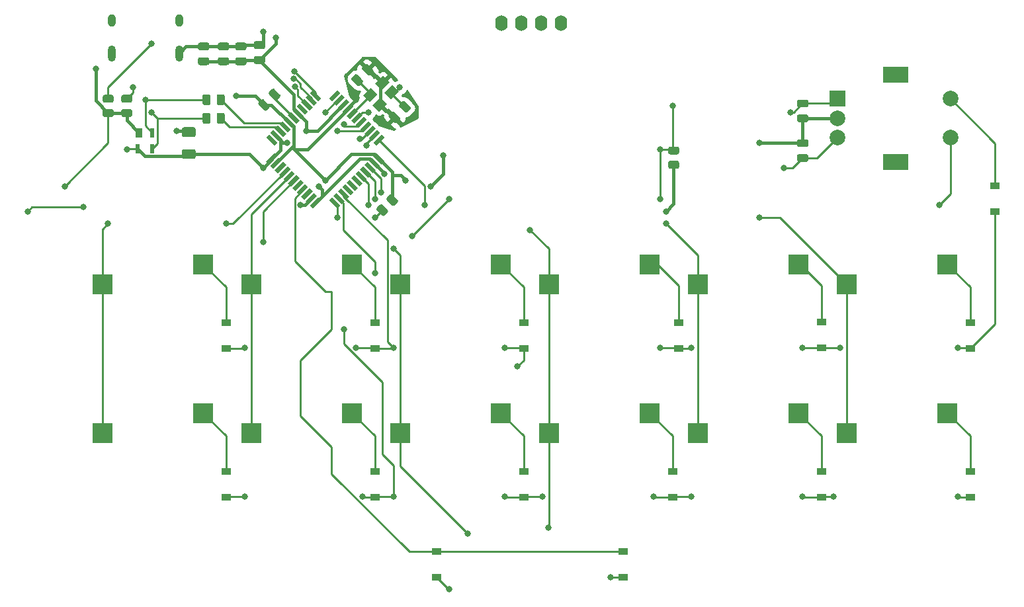
<source format=gbr>
%TF.GenerationSoftware,KiCad,Pcbnew,(5.1.9)-1*%
%TF.CreationDate,2021-03-28T16:49:31-07:00*%
%TF.ProjectId,millipad,6d696c6c-6970-4616-942e-6b696361645f,rev?*%
%TF.SameCoordinates,Original*%
%TF.FileFunction,Copper,L2,Bot*%
%TF.FilePolarity,Positive*%
%FSLAX46Y46*%
G04 Gerber Fmt 4.6, Leading zero omitted, Abs format (unit mm)*
G04 Created by KiCad (PCBNEW (5.1.9)-1) date 2021-03-28 16:49:31*
%MOMM*%
%LPD*%
G01*
G04 APERTURE LIST*
%TA.AperFunction,SMDPad,CuDef*%
%ADD10R,1.200000X0.900000*%
%TD*%
%TA.AperFunction,SMDPad,CuDef*%
%ADD11R,2.550000X2.500000*%
%TD*%
%TA.AperFunction,ComponentPad*%
%ADD12O,1.600000X2.000000*%
%TD*%
%TA.AperFunction,SMDPad,CuDef*%
%ADD13C,0.100000*%
%TD*%
%TA.AperFunction,ComponentPad*%
%ADD14O,1.000000X2.100000*%
%TD*%
%TA.AperFunction,ComponentPad*%
%ADD15O,1.000000X1.600000*%
%TD*%
%TA.AperFunction,SMDPad,CuDef*%
%ADD16R,0.482600X1.168400*%
%TD*%
%TA.AperFunction,SMDPad,CuDef*%
%ADD17R,0.889000X1.168400*%
%TD*%
%TA.AperFunction,ComponentPad*%
%ADD18C,2.000000*%
%TD*%
%TA.AperFunction,ComponentPad*%
%ADD19R,3.200000X2.000000*%
%TD*%
%TA.AperFunction,ComponentPad*%
%ADD20R,2.000000X2.000000*%
%TD*%
%TA.AperFunction,ViaPad*%
%ADD21C,0.800000*%
%TD*%
%TA.AperFunction,Conductor*%
%ADD22C,0.381000*%
%TD*%
%TA.AperFunction,Conductor*%
%ADD23C,0.254000*%
%TD*%
%TA.AperFunction,Conductor*%
%ADD24C,0.100000*%
%TD*%
G04 APERTURE END LIST*
D10*
%TO.P,D15,2*%
%TO.N,Net-(D15-Pad2)*%
X148431250Y-108012500D03*
%TO.P,D15,1*%
%TO.N,ROW2*%
X148431250Y-104712500D03*
%TD*%
%TO.P,D14,2*%
%TO.N,Net-(D14-Pad2)*%
X124618750Y-108012500D03*
%TO.P,D14,1*%
%TO.N,ROW2*%
X124618750Y-104712500D03*
%TD*%
D11*
%TO.P,MX1,2*%
%TO.N,Net-(D1-Pad2)*%
X94742000Y-67945000D03*
%TO.P,MX1,1*%
%TO.N,COL0*%
X81815000Y-70485000D03*
%TD*%
%TO.P,MX12,2*%
%TO.N,Net-(D12-Pad2)*%
X189992000Y-86995000D03*
%TO.P,MX12,1*%
%TO.N,COL5*%
X177065000Y-89535000D03*
%TD*%
%TO.P,MX11,2*%
%TO.N,Net-(D11-Pad2)*%
X189992000Y-67945000D03*
%TO.P,MX11,1*%
%TO.N,COL5*%
X177065000Y-70485000D03*
%TD*%
%TO.P,MX10,2*%
%TO.N,Net-(D10-Pad2)*%
X170942000Y-86995000D03*
%TO.P,MX10,1*%
%TO.N,COL4*%
X158015000Y-89535000D03*
%TD*%
%TO.P,MX9,2*%
%TO.N,Net-(D9-Pad2)*%
X170942000Y-67945000D03*
%TO.P,MX9,1*%
%TO.N,COL4*%
X158015000Y-70485000D03*
%TD*%
%TO.P,MX8,2*%
%TO.N,Net-(D8-Pad2)*%
X151892000Y-86995000D03*
%TO.P,MX8,1*%
%TO.N,COL3*%
X138965000Y-89535000D03*
%TD*%
%TO.P,MX7,2*%
%TO.N,Net-(D7-Pad2)*%
X151892000Y-67945000D03*
%TO.P,MX7,1*%
%TO.N,COL3*%
X138965000Y-70485000D03*
%TD*%
%TO.P,MX6,2*%
%TO.N,Net-(D6-Pad2)*%
X132842000Y-86995000D03*
%TO.P,MX6,1*%
%TO.N,COL2*%
X119915000Y-89535000D03*
%TD*%
%TO.P,MX5,2*%
%TO.N,Net-(D5-Pad2)*%
X132842000Y-67945000D03*
%TO.P,MX5,1*%
%TO.N,COL2*%
X119915000Y-70485000D03*
%TD*%
%TO.P,MX4,2*%
%TO.N,Net-(D4-Pad2)*%
X113792000Y-86995000D03*
%TO.P,MX4,1*%
%TO.N,COL1*%
X100865000Y-89535000D03*
%TD*%
%TO.P,MX3,2*%
%TO.N,Net-(D3-Pad2)*%
X113792000Y-67945000D03*
%TO.P,MX3,1*%
%TO.N,COL1*%
X100865000Y-70485000D03*
%TD*%
%TO.P,MX2,2*%
%TO.N,Net-(D2-Pad2)*%
X94742000Y-86995000D03*
%TO.P,MX2,1*%
%TO.N,COL0*%
X81815000Y-89535000D03*
%TD*%
D12*
%TO.P,Brd1,2*%
%TO.N,KEYBOARD_VCC*%
X135445000Y-37025000D03*
%TO.P,Brd1,1*%
%TO.N,KEYBOARD_GND*%
X132905000Y-37025000D03*
%TO.P,Brd1,3*%
%TO.N,SCL*%
X137985000Y-37025000D03*
%TO.P,Brd1,4*%
%TO.N,SDA*%
X140525000Y-37025000D03*
%TD*%
%TA.AperFunction,SMDPad,CuDef*%
D13*
%TO.P,Y1,4*%
%TO.N,KEYBOARD_GND*%
G36*
X117722488Y-43739403D02*
G01*
X118571016Y-44587931D01*
X117581066Y-45577881D01*
X116732538Y-44729353D01*
X117722488Y-43739403D01*
G37*
%TD.AperFunction*%
%TA.AperFunction,SMDPad,CuDef*%
%TO.P,Y1,3*%
%TO.N,Net-(C5-Pad1)*%
G36*
X116166853Y-45295038D02*
G01*
X117015381Y-46143566D01*
X116025431Y-47133516D01*
X115176903Y-46284988D01*
X116166853Y-45295038D01*
G37*
%TD.AperFunction*%
%TA.AperFunction,SMDPad,CuDef*%
%TO.P,Y1,2*%
%TO.N,KEYBOARD_GND*%
G36*
X117368934Y-46497119D02*
G01*
X118217462Y-47345647D01*
X117227512Y-48335597D01*
X116378984Y-47487069D01*
X117368934Y-46497119D01*
G37*
%TD.AperFunction*%
%TA.AperFunction,SMDPad,CuDef*%
%TO.P,Y1,1*%
%TO.N,Net-(C4-Pad1)*%
G36*
X118924569Y-44941484D02*
G01*
X119773097Y-45790012D01*
X118783147Y-46779962D01*
X117934619Y-45931434D01*
X118924569Y-44941484D01*
G37*
%TD.AperFunction*%
%TD*%
%TO.P,C4,2*%
%TO.N,KEYBOARD_GND*%
%TA.AperFunction,SMDPad,CuDef*%
G36*
G01*
X119202177Y-48401072D02*
X119873928Y-49072823D01*
G75*
G02*
X119873928Y-49426377I-176777J-176777D01*
G01*
X119520375Y-49779930D01*
G75*
G02*
X119166821Y-49779930I-176777J176777D01*
G01*
X118495070Y-49108179D01*
G75*
G02*
X118495070Y-48754625I176777J176777D01*
G01*
X118848623Y-48401072D01*
G75*
G02*
X119202177Y-48401072I176777J-176777D01*
G01*
G37*
%TD.AperFunction*%
%TO.P,C4,1*%
%TO.N,Net-(C4-Pad1)*%
%TA.AperFunction,SMDPad,CuDef*%
G36*
G01*
X120545679Y-47057570D02*
X121217430Y-47729321D01*
G75*
G02*
X121217430Y-48082875I-176777J-176777D01*
G01*
X120863877Y-48436428D01*
G75*
G02*
X120510323Y-48436428I-176777J176777D01*
G01*
X119838572Y-47764677D01*
G75*
G02*
X119838572Y-47411123I176777J176777D01*
G01*
X120192125Y-47057570D01*
G75*
G02*
X120545679Y-47057570I176777J-176777D01*
G01*
G37*
%TD.AperFunction*%
%TD*%
%TA.AperFunction,SMDPad,CuDef*%
%TO.P,U1,44*%
%TO.N,KEYBOARD_VCC*%
G36*
X103808190Y-53658548D02*
G01*
X104197098Y-54047456D01*
X103136438Y-55108116D01*
X102747530Y-54719208D01*
X103808190Y-53658548D01*
G37*
%TD.AperFunction*%
%TA.AperFunction,SMDPad,CuDef*%
%TO.P,U1,43*%
%TO.N,KEYBOARD_GND*%
G36*
X104373876Y-54224233D02*
G01*
X104762784Y-54613141D01*
X103702124Y-55673801D01*
X103313216Y-55284893D01*
X104373876Y-54224233D01*
G37*
%TD.AperFunction*%
%TA.AperFunction,SMDPad,CuDef*%
%TO.P,U1,42*%
%TO.N,Net-(U1-Pad42)*%
G36*
X104939561Y-54789918D02*
G01*
X105328469Y-55178826D01*
X104267809Y-56239486D01*
X103878901Y-55850578D01*
X104939561Y-54789918D01*
G37*
%TD.AperFunction*%
%TA.AperFunction,SMDPad,CuDef*%
%TO.P,U1,41*%
%TO.N,COL0*%
G36*
X105505246Y-55355604D02*
G01*
X105894154Y-55744512D01*
X104833494Y-56805172D01*
X104444586Y-56416264D01*
X105505246Y-55355604D01*
G37*
%TD.AperFunction*%
%TA.AperFunction,SMDPad,CuDef*%
%TO.P,U1,40*%
%TO.N,COL1*%
G36*
X106070932Y-55921289D02*
G01*
X106459840Y-56310197D01*
X105399180Y-57370857D01*
X105010272Y-56981949D01*
X106070932Y-55921289D01*
G37*
%TD.AperFunction*%
%TA.AperFunction,SMDPad,CuDef*%
%TO.P,U1,39*%
%TO.N,COL2*%
G36*
X106636617Y-56486975D02*
G01*
X107025525Y-56875883D01*
X105964865Y-57936543D01*
X105575957Y-57547635D01*
X106636617Y-56486975D01*
G37*
%TD.AperFunction*%
%TA.AperFunction,SMDPad,CuDef*%
%TO.P,U1,38*%
%TO.N,Net-(U1-Pad38)*%
G36*
X107202303Y-57052660D02*
G01*
X107591211Y-57441568D01*
X106530551Y-58502228D01*
X106141643Y-58113320D01*
X107202303Y-57052660D01*
G37*
%TD.AperFunction*%
%TA.AperFunction,SMDPad,CuDef*%
%TO.P,U1,37*%
%TO.N,ROW2*%
G36*
X107767988Y-57618346D02*
G01*
X108156896Y-58007254D01*
X107096236Y-59067914D01*
X106707328Y-58679006D01*
X107767988Y-57618346D01*
G37*
%TD.AperFunction*%
%TA.AperFunction,SMDPad,CuDef*%
%TO.P,U1,36*%
%TO.N,Net-(U1-Pad36)*%
G36*
X108333674Y-58184031D02*
G01*
X108722582Y-58572939D01*
X107661922Y-59633599D01*
X107273014Y-59244691D01*
X108333674Y-58184031D01*
G37*
%TD.AperFunction*%
%TA.AperFunction,SMDPad,CuDef*%
%TO.P,U1,35*%
%TO.N,KEYBOARD_GND*%
G36*
X108899359Y-58749716D02*
G01*
X109288267Y-59138624D01*
X108227607Y-60199284D01*
X107838699Y-59810376D01*
X108899359Y-58749716D01*
G37*
%TD.AperFunction*%
%TA.AperFunction,SMDPad,CuDef*%
%TO.P,U1,34*%
%TO.N,KEYBOARD_VCC*%
G36*
X109465044Y-59315402D02*
G01*
X109853952Y-59704310D01*
X108793292Y-60764970D01*
X108404384Y-60376062D01*
X109465044Y-59315402D01*
G37*
%TD.AperFunction*%
%TA.AperFunction,SMDPad,CuDef*%
%TO.P,U1,33*%
%TO.N,Net-(R4-Pad2)*%
G36*
X110808548Y-59704310D02*
G01*
X111197456Y-59315402D01*
X112258116Y-60376062D01*
X111869208Y-60764970D01*
X110808548Y-59704310D01*
G37*
%TD.AperFunction*%
%TA.AperFunction,SMDPad,CuDef*%
%TO.P,U1,32*%
%TO.N,ROW1*%
G36*
X111374233Y-59138624D02*
G01*
X111763141Y-58749716D01*
X112823801Y-59810376D01*
X112434893Y-60199284D01*
X111374233Y-59138624D01*
G37*
%TD.AperFunction*%
%TA.AperFunction,SMDPad,CuDef*%
%TO.P,U1,31*%
%TO.N,ROW0*%
G36*
X111939918Y-58572939D02*
G01*
X112328826Y-58184031D01*
X113389486Y-59244691D01*
X113000578Y-59633599D01*
X111939918Y-58572939D01*
G37*
%TD.AperFunction*%
%TA.AperFunction,SMDPad,CuDef*%
%TO.P,U1,30*%
%TO.N,Net-(U1-Pad30)*%
G36*
X112505604Y-58007254D02*
G01*
X112894512Y-57618346D01*
X113955172Y-58679006D01*
X113566264Y-59067914D01*
X112505604Y-58007254D01*
G37*
%TD.AperFunction*%
%TA.AperFunction,SMDPad,CuDef*%
%TO.P,U1,29*%
%TO.N,Net-(U1-Pad29)*%
G36*
X113071289Y-57441568D02*
G01*
X113460197Y-57052660D01*
X114520857Y-58113320D01*
X114131949Y-58502228D01*
X113071289Y-57441568D01*
G37*
%TD.AperFunction*%
%TA.AperFunction,SMDPad,CuDef*%
%TO.P,U1,28*%
%TO.N,Net-(U1-Pad28)*%
G36*
X113636975Y-56875883D02*
G01*
X114025883Y-56486975D01*
X115086543Y-57547635D01*
X114697635Y-57936543D01*
X113636975Y-56875883D01*
G37*
%TD.AperFunction*%
%TA.AperFunction,SMDPad,CuDef*%
%TO.P,U1,27*%
%TO.N,COL3*%
G36*
X114202660Y-56310197D02*
G01*
X114591568Y-55921289D01*
X115652228Y-56981949D01*
X115263320Y-57370857D01*
X114202660Y-56310197D01*
G37*
%TD.AperFunction*%
%TA.AperFunction,SMDPad,CuDef*%
%TO.P,U1,26*%
%TO.N,COL4*%
G36*
X114768346Y-55744512D02*
G01*
X115157254Y-55355604D01*
X116217914Y-56416264D01*
X115829006Y-56805172D01*
X114768346Y-55744512D01*
G37*
%TD.AperFunction*%
%TA.AperFunction,SMDPad,CuDef*%
%TO.P,U1,25*%
%TO.N,COL5*%
G36*
X115334031Y-55178826D02*
G01*
X115722939Y-54789918D01*
X116783599Y-55850578D01*
X116394691Y-56239486D01*
X115334031Y-55178826D01*
G37*
%TD.AperFunction*%
%TA.AperFunction,SMDPad,CuDef*%
%TO.P,U1,24*%
%TO.N,KEYBOARD_VCC*%
G36*
X115899716Y-54613141D02*
G01*
X116288624Y-54224233D01*
X117349284Y-55284893D01*
X116960376Y-55673801D01*
X115899716Y-54613141D01*
G37*
%TD.AperFunction*%
%TA.AperFunction,SMDPad,CuDef*%
%TO.P,U1,23*%
%TO.N,KEYBOARD_GND*%
G36*
X116465402Y-54047456D02*
G01*
X116854310Y-53658548D01*
X117914970Y-54719208D01*
X117526062Y-55108116D01*
X116465402Y-54047456D01*
G37*
%TD.AperFunction*%
%TA.AperFunction,SMDPad,CuDef*%
%TO.P,U1,22*%
%TO.N,COL6*%
G36*
X117526062Y-51254384D02*
G01*
X117914970Y-51643292D01*
X116854310Y-52703952D01*
X116465402Y-52315044D01*
X117526062Y-51254384D01*
G37*
%TD.AperFunction*%
%TA.AperFunction,SMDPad,CuDef*%
%TO.P,U1,21*%
%TO.N,ENC_B*%
G36*
X116960376Y-50688699D02*
G01*
X117349284Y-51077607D01*
X116288624Y-52138267D01*
X115899716Y-51749359D01*
X116960376Y-50688699D01*
G37*
%TD.AperFunction*%
%TA.AperFunction,SMDPad,CuDef*%
%TO.P,U1,20*%
%TO.N,ENC_A*%
G36*
X116394691Y-50123014D02*
G01*
X116783599Y-50511922D01*
X115722939Y-51572582D01*
X115334031Y-51183674D01*
X116394691Y-50123014D01*
G37*
%TD.AperFunction*%
%TA.AperFunction,SMDPad,CuDef*%
%TO.P,U1,19*%
%TO.N,SDA*%
G36*
X115829006Y-49557328D02*
G01*
X116217914Y-49946236D01*
X115157254Y-51006896D01*
X114768346Y-50617988D01*
X115829006Y-49557328D01*
G37*
%TD.AperFunction*%
%TA.AperFunction,SMDPad,CuDef*%
%TO.P,U1,18*%
%TO.N,SCL*%
G36*
X115263320Y-48991643D02*
G01*
X115652228Y-49380551D01*
X114591568Y-50441211D01*
X114202660Y-50052303D01*
X115263320Y-48991643D01*
G37*
%TD.AperFunction*%
%TA.AperFunction,SMDPad,CuDef*%
%TO.P,U1,17*%
%TO.N,Net-(C4-Pad1)*%
G36*
X114697635Y-48425957D02*
G01*
X115086543Y-48814865D01*
X114025883Y-49875525D01*
X113636975Y-49486617D01*
X114697635Y-48425957D01*
G37*
%TD.AperFunction*%
%TA.AperFunction,SMDPad,CuDef*%
%TO.P,U1,16*%
%TO.N,Net-(C5-Pad1)*%
G36*
X114131949Y-47860272D02*
G01*
X114520857Y-48249180D01*
X113460197Y-49309840D01*
X113071289Y-48920932D01*
X114131949Y-47860272D01*
G37*
%TD.AperFunction*%
%TA.AperFunction,SMDPad,CuDef*%
%TO.P,U1,15*%
%TO.N,KEYBOARD_GND*%
G36*
X113566264Y-47294586D02*
G01*
X113955172Y-47683494D01*
X112894512Y-48744154D01*
X112505604Y-48355246D01*
X113566264Y-47294586D01*
G37*
%TD.AperFunction*%
%TA.AperFunction,SMDPad,CuDef*%
%TO.P,U1,14*%
%TO.N,KEYBOARD_VCC*%
G36*
X113000578Y-46728901D02*
G01*
X113389486Y-47117809D01*
X112328826Y-48178469D01*
X111939918Y-47789561D01*
X113000578Y-46728901D01*
G37*
%TD.AperFunction*%
%TA.AperFunction,SMDPad,CuDef*%
%TO.P,U1,13*%
%TO.N,KEYBOARD_RESET*%
G36*
X112434893Y-46163216D02*
G01*
X112823801Y-46552124D01*
X111763141Y-47612784D01*
X111374233Y-47223876D01*
X112434893Y-46163216D01*
G37*
%TD.AperFunction*%
%TA.AperFunction,SMDPad,CuDef*%
%TO.P,U1,12*%
%TO.N,Net-(U1-Pad12)*%
G36*
X111869208Y-45597530D02*
G01*
X112258116Y-45986438D01*
X111197456Y-47047098D01*
X110808548Y-46658190D01*
X111869208Y-45597530D01*
G37*
%TD.AperFunction*%
%TA.AperFunction,SMDPad,CuDef*%
%TO.P,U1,11*%
%TO.N,B3_MISO*%
G36*
X108404384Y-45986438D02*
G01*
X108793292Y-45597530D01*
X109853952Y-46658190D01*
X109465044Y-47047098D01*
X108404384Y-45986438D01*
G37*
%TD.AperFunction*%
%TA.AperFunction,SMDPad,CuDef*%
%TO.P,U1,10*%
%TO.N,B2_MOSI*%
G36*
X107838699Y-46552124D02*
G01*
X108227607Y-46163216D01*
X109288267Y-47223876D01*
X108899359Y-47612784D01*
X107838699Y-46552124D01*
G37*
%TD.AperFunction*%
%TA.AperFunction,SMDPad,CuDef*%
%TO.P,U1,9*%
%TO.N,B1_SCLK*%
G36*
X107273014Y-47117809D02*
G01*
X107661922Y-46728901D01*
X108722582Y-47789561D01*
X108333674Y-48178469D01*
X107273014Y-47117809D01*
G37*
%TD.AperFunction*%
%TA.AperFunction,SMDPad,CuDef*%
%TO.P,U1,8*%
%TO.N,Net-(U1-Pad8)*%
G36*
X106707328Y-47683494D02*
G01*
X107096236Y-47294586D01*
X108156896Y-48355246D01*
X107767988Y-48744154D01*
X106707328Y-47683494D01*
G37*
%TD.AperFunction*%
%TA.AperFunction,SMDPad,CuDef*%
%TO.P,U1,7*%
%TO.N,KEYBOARD_VCC*%
G36*
X106141643Y-48249180D02*
G01*
X106530551Y-47860272D01*
X107591211Y-48920932D01*
X107202303Y-49309840D01*
X106141643Y-48249180D01*
G37*
%TD.AperFunction*%
%TA.AperFunction,SMDPad,CuDef*%
%TO.P,U1,6*%
%TO.N,Net-(C7-Pad1)*%
G36*
X105575957Y-48814865D02*
G01*
X105964865Y-48425957D01*
X107025525Y-49486617D01*
X106636617Y-49875525D01*
X105575957Y-48814865D01*
G37*
%TD.AperFunction*%
%TA.AperFunction,SMDPad,CuDef*%
%TO.P,U1,5*%
%TO.N,KEYBOARD_GND*%
G36*
X105010272Y-49380551D02*
G01*
X105399180Y-48991643D01*
X106459840Y-50052303D01*
X106070932Y-50441211D01*
X105010272Y-49380551D01*
G37*
%TD.AperFunction*%
%TA.AperFunction,SMDPad,CuDef*%
%TO.P,U1,4*%
%TO.N,Net-(R2-Pad1)*%
G36*
X104444586Y-49946236D02*
G01*
X104833494Y-49557328D01*
X105894154Y-50617988D01*
X105505246Y-51006896D01*
X104444586Y-49946236D01*
G37*
%TD.AperFunction*%
%TA.AperFunction,SMDPad,CuDef*%
%TO.P,U1,3*%
%TO.N,Net-(R1-Pad1)*%
G36*
X103878901Y-50511922D02*
G01*
X104267809Y-50123014D01*
X105328469Y-51183674D01*
X104939561Y-51572582D01*
X103878901Y-50511922D01*
G37*
%TD.AperFunction*%
%TA.AperFunction,SMDPad,CuDef*%
%TO.P,U1,2*%
%TO.N,KEYBOARD_VCC*%
G36*
X103313216Y-51077607D02*
G01*
X103702124Y-50688699D01*
X104762784Y-51749359D01*
X104373876Y-52138267D01*
X103313216Y-51077607D01*
G37*
%TD.AperFunction*%
%TA.AperFunction,SMDPad,CuDef*%
%TO.P,U1,1*%
%TO.N,Net-(U1-Pad1)*%
G36*
X102747530Y-51643292D02*
G01*
X103136438Y-51254384D01*
X104197098Y-52315044D01*
X103808190Y-52703952D01*
X102747530Y-51643292D01*
G37*
%TD.AperFunction*%
%TD*%
%TO.P,C1,2*%
%TO.N,KEYBOARD_GND*%
%TA.AperFunction,SMDPad,CuDef*%
G36*
G01*
X102392500Y-40348750D02*
X101442500Y-40348750D01*
G75*
G02*
X101192500Y-40098750I0J250000D01*
G01*
X101192500Y-39598750D01*
G75*
G02*
X101442500Y-39348750I250000J0D01*
G01*
X102392500Y-39348750D01*
G75*
G02*
X102642500Y-39598750I0J-250000D01*
G01*
X102642500Y-40098750D01*
G75*
G02*
X102392500Y-40348750I-250000J0D01*
G01*
G37*
%TD.AperFunction*%
%TO.P,C1,1*%
%TO.N,KEYBOARD_VCC*%
%TA.AperFunction,SMDPad,CuDef*%
G36*
G01*
X102392500Y-42248750D02*
X101442500Y-42248750D01*
G75*
G02*
X101192500Y-41998750I0J250000D01*
G01*
X101192500Y-41498750D01*
G75*
G02*
X101442500Y-41248750I250000J0D01*
G01*
X102392500Y-41248750D01*
G75*
G02*
X102642500Y-41498750I0J-250000D01*
G01*
X102642500Y-41998750D01*
G75*
G02*
X102392500Y-42248750I-250000J0D01*
G01*
G37*
%TD.AperFunction*%
%TD*%
D14*
%TO.P,USB1,13*%
%TO.N,KEYBOARD_GND*%
X91632500Y-40911250D03*
X82992500Y-40911250D03*
D15*
X91632500Y-36731250D03*
X82992500Y-36731250D03*
%TD*%
D16*
%TO.P,U2,4*%
%TO.N,KEYBOARD_VCC*%
X86315549Y-53086000D03*
%TO.P,U2,3*%
%TO.N,D-*%
X88215551Y-53086000D03*
%TO.P,U2,2*%
%TO.N,D+*%
X88215550Y-51054000D03*
D17*
%TO.P,U2,1*%
%TO.N,KEYBOARD_GND*%
X86518750Y-51054000D03*
%TD*%
D18*
%TO.P,SW2,S1*%
%TO.N,COL6*%
X190356250Y-51712500D03*
%TO.P,SW2,S2*%
%TO.N,Net-(D13-Pad2)*%
X190356250Y-46712500D03*
D19*
%TO.P,SW2,MP*%
%TO.N,N/C*%
X183356250Y-54812500D03*
X183356250Y-43612500D03*
D18*
%TO.P,SW2,B*%
%TO.N,ENC_B*%
X175856250Y-51712500D03*
%TO.P,SW2,C*%
%TO.N,KEYBOARD_GND*%
X175856250Y-49212500D03*
D20*
%TO.P,SW2,A*%
%TO.N,ENC_A*%
X175856250Y-46712500D03*
%TD*%
%TO.P,R6,2*%
%TO.N,KEYBOARD_GND*%
%TA.AperFunction,SMDPad,CuDef*%
G36*
G01*
X82099999Y-48025000D02*
X83000001Y-48025000D01*
G75*
G02*
X83250000Y-48274999I0J-249999D01*
G01*
X83250000Y-48800001D01*
G75*
G02*
X83000001Y-49050000I-249999J0D01*
G01*
X82099999Y-49050000D01*
G75*
G02*
X81850000Y-48800001I0J249999D01*
G01*
X81850000Y-48274999D01*
G75*
G02*
X82099999Y-48025000I249999J0D01*
G01*
G37*
%TD.AperFunction*%
%TO.P,R6,1*%
%TO.N,Net-(R6-Pad1)*%
%TA.AperFunction,SMDPad,CuDef*%
G36*
G01*
X82099999Y-46200000D02*
X83000001Y-46200000D01*
G75*
G02*
X83250000Y-46449999I0J-249999D01*
G01*
X83250000Y-46975001D01*
G75*
G02*
X83000001Y-47225000I-249999J0D01*
G01*
X82099999Y-47225000D01*
G75*
G02*
X81850000Y-46975001I0J249999D01*
G01*
X81850000Y-46449999D01*
G75*
G02*
X82099999Y-46200000I249999J0D01*
G01*
G37*
%TD.AperFunction*%
%TD*%
%TO.P,R5,2*%
%TO.N,KEYBOARD_GND*%
%TA.AperFunction,SMDPad,CuDef*%
G36*
G01*
X84481249Y-48025000D02*
X85381251Y-48025000D01*
G75*
G02*
X85631250Y-48274999I0J-249999D01*
G01*
X85631250Y-48800001D01*
G75*
G02*
X85381251Y-49050000I-249999J0D01*
G01*
X84481249Y-49050000D01*
G75*
G02*
X84231250Y-48800001I0J249999D01*
G01*
X84231250Y-48274999D01*
G75*
G02*
X84481249Y-48025000I249999J0D01*
G01*
G37*
%TD.AperFunction*%
%TO.P,R5,1*%
%TO.N,Net-(R5-Pad1)*%
%TA.AperFunction,SMDPad,CuDef*%
G36*
G01*
X84481249Y-46200000D02*
X85381251Y-46200000D01*
G75*
G02*
X85631250Y-46449999I0J-249999D01*
G01*
X85631250Y-46975001D01*
G75*
G02*
X85381251Y-47225000I-249999J0D01*
G01*
X84481249Y-47225000D01*
G75*
G02*
X84231250Y-46975001I0J249999D01*
G01*
X84231250Y-46449999D01*
G75*
G02*
X84481249Y-46200000I249999J0D01*
G01*
G37*
%TD.AperFunction*%
%TD*%
%TO.P,R4,2*%
%TO.N,Net-(R4-Pad2)*%
%TA.AperFunction,SMDPad,CuDef*%
G36*
G01*
X117667708Y-60289644D02*
X118304106Y-60926042D01*
G75*
G02*
X118304106Y-61279594I-176776J-176776D01*
G01*
X117932874Y-61650826D01*
G75*
G02*
X117579322Y-61650826I-176776J176776D01*
G01*
X116942924Y-61014428D01*
G75*
G02*
X116942924Y-60660876I176776J176776D01*
G01*
X117314156Y-60289644D01*
G75*
G02*
X117667708Y-60289644I176776J-176776D01*
G01*
G37*
%TD.AperFunction*%
%TO.P,R4,1*%
%TO.N,KEYBOARD_GND*%
%TA.AperFunction,SMDPad,CuDef*%
G36*
G01*
X118958178Y-58999174D02*
X119594576Y-59635572D01*
G75*
G02*
X119594576Y-59989124I-176776J-176776D01*
G01*
X119223344Y-60360356D01*
G75*
G02*
X118869792Y-60360356I-176776J176776D01*
G01*
X118233394Y-59723958D01*
G75*
G02*
X118233394Y-59370406I176776J176776D01*
G01*
X118604626Y-58999174D01*
G75*
G02*
X118958178Y-58999174I176776J-176776D01*
G01*
G37*
%TD.AperFunction*%
%TD*%
%TO.P,R3,2*%
%TO.N,KEYBOARD_RESET*%
%TA.AperFunction,SMDPad,CuDef*%
G36*
G01*
X155390001Y-53852500D02*
X154489999Y-53852500D01*
G75*
G02*
X154240000Y-53602501I0J249999D01*
G01*
X154240000Y-53077499D01*
G75*
G02*
X154489999Y-52827500I249999J0D01*
G01*
X155390001Y-52827500D01*
G75*
G02*
X155640000Y-53077499I0J-249999D01*
G01*
X155640000Y-53602501D01*
G75*
G02*
X155390001Y-53852500I-249999J0D01*
G01*
G37*
%TD.AperFunction*%
%TO.P,R3,1*%
%TO.N,KEYBOARD_VCC*%
%TA.AperFunction,SMDPad,CuDef*%
G36*
G01*
X155390001Y-55677500D02*
X154489999Y-55677500D01*
G75*
G02*
X154240000Y-55427501I0J249999D01*
G01*
X154240000Y-54902499D01*
G75*
G02*
X154489999Y-54652500I249999J0D01*
G01*
X155390001Y-54652500D01*
G75*
G02*
X155640000Y-54902499I0J-249999D01*
G01*
X155640000Y-55427501D01*
G75*
G02*
X155390001Y-55677500I-249999J0D01*
G01*
G37*
%TD.AperFunction*%
%TD*%
%TO.P,R2,2*%
%TO.N,D+*%
%TA.AperFunction,SMDPad,CuDef*%
G36*
G01*
X95643750Y-46381249D02*
X95643750Y-47281251D01*
G75*
G02*
X95393751Y-47531250I-249999J0D01*
G01*
X94868749Y-47531250D01*
G75*
G02*
X94618750Y-47281251I0J249999D01*
G01*
X94618750Y-46381249D01*
G75*
G02*
X94868749Y-46131250I249999J0D01*
G01*
X95393751Y-46131250D01*
G75*
G02*
X95643750Y-46381249I0J-249999D01*
G01*
G37*
%TD.AperFunction*%
%TO.P,R2,1*%
%TO.N,Net-(R2-Pad1)*%
%TA.AperFunction,SMDPad,CuDef*%
G36*
G01*
X97468750Y-46381249D02*
X97468750Y-47281251D01*
G75*
G02*
X97218751Y-47531250I-249999J0D01*
G01*
X96693749Y-47531250D01*
G75*
G02*
X96443750Y-47281251I0J249999D01*
G01*
X96443750Y-46381249D01*
G75*
G02*
X96693749Y-46131250I249999J0D01*
G01*
X97218751Y-46131250D01*
G75*
G02*
X97468750Y-46381249I0J-249999D01*
G01*
G37*
%TD.AperFunction*%
%TD*%
%TO.P,R1,2*%
%TO.N,D-*%
%TA.AperFunction,SMDPad,CuDef*%
G36*
G01*
X95643750Y-48762499D02*
X95643750Y-49662501D01*
G75*
G02*
X95393751Y-49912500I-249999J0D01*
G01*
X94868749Y-49912500D01*
G75*
G02*
X94618750Y-49662501I0J249999D01*
G01*
X94618750Y-48762499D01*
G75*
G02*
X94868749Y-48512500I249999J0D01*
G01*
X95393751Y-48512500D01*
G75*
G02*
X95643750Y-48762499I0J-249999D01*
G01*
G37*
%TD.AperFunction*%
%TO.P,R1,1*%
%TO.N,Net-(R1-Pad1)*%
%TA.AperFunction,SMDPad,CuDef*%
G36*
G01*
X97468750Y-48762499D02*
X97468750Y-49662501D01*
G75*
G02*
X97218751Y-49912500I-249999J0D01*
G01*
X96693749Y-49912500D01*
G75*
G02*
X96443750Y-49662501I0J249999D01*
G01*
X96443750Y-48762499D01*
G75*
G02*
X96693749Y-48512500I249999J0D01*
G01*
X97218751Y-48512500D01*
G75*
G02*
X97468750Y-48762499I0J-249999D01*
G01*
G37*
%TD.AperFunction*%
%TD*%
%TO.P,F1,2*%
%TO.N,VCC*%
%TA.AperFunction,SMDPad,CuDef*%
G36*
G01*
X93493750Y-51612500D02*
X92243750Y-51612500D01*
G75*
G02*
X91993750Y-51362500I0J250000D01*
G01*
X91993750Y-50612500D01*
G75*
G02*
X92243750Y-50362500I250000J0D01*
G01*
X93493750Y-50362500D01*
G75*
G02*
X93743750Y-50612500I0J-250000D01*
G01*
X93743750Y-51362500D01*
G75*
G02*
X93493750Y-51612500I-250000J0D01*
G01*
G37*
%TD.AperFunction*%
%TO.P,F1,1*%
%TO.N,KEYBOARD_VCC*%
%TA.AperFunction,SMDPad,CuDef*%
G36*
G01*
X93493750Y-54412500D02*
X92243750Y-54412500D01*
G75*
G02*
X91993750Y-54162500I0J250000D01*
G01*
X91993750Y-53412500D01*
G75*
G02*
X92243750Y-53162500I250000J0D01*
G01*
X93493750Y-53162500D01*
G75*
G02*
X93743750Y-53412500I0J-250000D01*
G01*
X93743750Y-54162500D01*
G75*
G02*
X93493750Y-54412500I-250000J0D01*
G01*
G37*
%TD.AperFunction*%
%TD*%
D10*
%TO.P,D13,2*%
%TO.N,Net-(D13-Pad2)*%
X196056250Y-57881250D03*
%TO.P,D13,1*%
%TO.N,ROW0*%
X196056250Y-61181250D03*
%TD*%
%TO.P,D12,2*%
%TO.N,Net-(D12-Pad2)*%
X192881250Y-94393750D03*
%TO.P,D12,1*%
%TO.N,ROW1*%
X192881250Y-97693750D03*
%TD*%
%TO.P,D11,2*%
%TO.N,Net-(D11-Pad2)*%
X192881250Y-75406250D03*
%TO.P,D11,1*%
%TO.N,ROW0*%
X192881250Y-78706250D03*
%TD*%
%TO.P,D10,2*%
%TO.N,Net-(D10-Pad2)*%
X173831250Y-94393750D03*
%TO.P,D10,1*%
%TO.N,ROW1*%
X173831250Y-97693750D03*
%TD*%
%TO.P,D9,2*%
%TO.N,Net-(D9-Pad2)*%
X173831250Y-75281250D03*
%TO.P,D9,1*%
%TO.N,ROW0*%
X173831250Y-78581250D03*
%TD*%
%TO.P,D8,2*%
%TO.N,Net-(D8-Pad2)*%
X154781250Y-94393750D03*
%TO.P,D8,1*%
%TO.N,ROW1*%
X154781250Y-97693750D03*
%TD*%
%TO.P,D7,2*%
%TO.N,Net-(D7-Pad2)*%
X155575000Y-75343750D03*
%TO.P,D7,1*%
%TO.N,ROW0*%
X155575000Y-78643750D03*
%TD*%
%TO.P,D6,2*%
%TO.N,Net-(D6-Pad2)*%
X135731250Y-94393750D03*
%TO.P,D6,1*%
%TO.N,ROW1*%
X135731250Y-97693750D03*
%TD*%
%TO.P,D5,2*%
%TO.N,Net-(D5-Pad2)*%
X135731250Y-75343750D03*
%TO.P,D5,1*%
%TO.N,ROW0*%
X135731250Y-78643750D03*
%TD*%
%TO.P,D4,2*%
%TO.N,Net-(D4-Pad2)*%
X116681250Y-94393750D03*
%TO.P,D4,1*%
%TO.N,ROW1*%
X116681250Y-97693750D03*
%TD*%
%TO.P,D3,2*%
%TO.N,Net-(D3-Pad2)*%
X116681250Y-75343750D03*
%TO.P,D3,1*%
%TO.N,ROW0*%
X116681250Y-78643750D03*
%TD*%
%TO.P,D2,2*%
%TO.N,Net-(D2-Pad2)*%
X97631250Y-94393750D03*
%TO.P,D2,1*%
%TO.N,ROW1*%
X97631250Y-97693750D03*
%TD*%
%TO.P,D1,2*%
%TO.N,Net-(D1-Pad2)*%
X97631250Y-75343750D03*
%TO.P,D1,1*%
%TO.N,ROW0*%
X97631250Y-78643750D03*
%TD*%
%TO.P,C9,2*%
%TO.N,KEYBOARD_GND*%
%TA.AperFunction,SMDPad,CuDef*%
G36*
G01*
X171925000Y-52890000D02*
X170975000Y-52890000D01*
G75*
G02*
X170725000Y-52640000I0J250000D01*
G01*
X170725000Y-52140000D01*
G75*
G02*
X170975000Y-51890000I250000J0D01*
G01*
X171925000Y-51890000D01*
G75*
G02*
X172175000Y-52140000I0J-250000D01*
G01*
X172175000Y-52640000D01*
G75*
G02*
X171925000Y-52890000I-250000J0D01*
G01*
G37*
%TD.AperFunction*%
%TO.P,C9,1*%
%TO.N,ENC_B*%
%TA.AperFunction,SMDPad,CuDef*%
G36*
G01*
X171925000Y-54790000D02*
X170975000Y-54790000D01*
G75*
G02*
X170725000Y-54540000I0J250000D01*
G01*
X170725000Y-54040000D01*
G75*
G02*
X170975000Y-53790000I250000J0D01*
G01*
X171925000Y-53790000D01*
G75*
G02*
X172175000Y-54040000I0J-250000D01*
G01*
X172175000Y-54540000D01*
G75*
G02*
X171925000Y-54790000I-250000J0D01*
G01*
G37*
%TD.AperFunction*%
%TD*%
%TO.P,C8,2*%
%TO.N,ENC_A*%
%TA.AperFunction,SMDPad,CuDef*%
G36*
G01*
X171925000Y-47810000D02*
X170975000Y-47810000D01*
G75*
G02*
X170725000Y-47560000I0J250000D01*
G01*
X170725000Y-47060000D01*
G75*
G02*
X170975000Y-46810000I250000J0D01*
G01*
X171925000Y-46810000D01*
G75*
G02*
X172175000Y-47060000I0J-250000D01*
G01*
X172175000Y-47560000D01*
G75*
G02*
X171925000Y-47810000I-250000J0D01*
G01*
G37*
%TD.AperFunction*%
%TO.P,C8,1*%
%TO.N,KEYBOARD_GND*%
%TA.AperFunction,SMDPad,CuDef*%
G36*
G01*
X171925000Y-49710000D02*
X170975000Y-49710000D01*
G75*
G02*
X170725000Y-49460000I0J250000D01*
G01*
X170725000Y-48960000D01*
G75*
G02*
X170975000Y-48710000I250000J0D01*
G01*
X171925000Y-48710000D01*
G75*
G02*
X172175000Y-48960000I0J-250000D01*
G01*
X172175000Y-49460000D01*
G75*
G02*
X171925000Y-49710000I-250000J0D01*
G01*
G37*
%TD.AperFunction*%
%TD*%
%TO.P,C7,2*%
%TO.N,KEYBOARD_GND*%
%TA.AperFunction,SMDPad,CuDef*%
G36*
G01*
X102533427Y-46813572D02*
X103205178Y-47485323D01*
G75*
G02*
X103205178Y-47838877I-176777J-176777D01*
G01*
X102851625Y-48192430D01*
G75*
G02*
X102498071Y-48192430I-176777J176777D01*
G01*
X101826320Y-47520679D01*
G75*
G02*
X101826320Y-47167125I176777J176777D01*
G01*
X102179873Y-46813572D01*
G75*
G02*
X102533427Y-46813572I176777J-176777D01*
G01*
G37*
%TD.AperFunction*%
%TO.P,C7,1*%
%TO.N,Net-(C7-Pad1)*%
%TA.AperFunction,SMDPad,CuDef*%
G36*
G01*
X103876929Y-45470070D02*
X104548680Y-46141821D01*
G75*
G02*
X104548680Y-46495375I-176777J-176777D01*
G01*
X104195127Y-46848928D01*
G75*
G02*
X103841573Y-46848928I-176777J176777D01*
G01*
X103169822Y-46177177D01*
G75*
G02*
X103169822Y-45823623I176777J176777D01*
G01*
X103523375Y-45470070D01*
G75*
G02*
X103876929Y-45470070I176777J-176777D01*
G01*
G37*
%TD.AperFunction*%
%TD*%
%TO.P,C6,2*%
%TO.N,KEYBOARD_GND*%
%TA.AperFunction,SMDPad,CuDef*%
G36*
G01*
X95248750Y-40505000D02*
X94298750Y-40505000D01*
G75*
G02*
X94048750Y-40255000I0J250000D01*
G01*
X94048750Y-39755000D01*
G75*
G02*
X94298750Y-39505000I250000J0D01*
G01*
X95248750Y-39505000D01*
G75*
G02*
X95498750Y-39755000I0J-250000D01*
G01*
X95498750Y-40255000D01*
G75*
G02*
X95248750Y-40505000I-250000J0D01*
G01*
G37*
%TD.AperFunction*%
%TO.P,C6,1*%
%TO.N,KEYBOARD_VCC*%
%TA.AperFunction,SMDPad,CuDef*%
G36*
G01*
X95248750Y-42405000D02*
X94298750Y-42405000D01*
G75*
G02*
X94048750Y-42155000I0J250000D01*
G01*
X94048750Y-41655000D01*
G75*
G02*
X94298750Y-41405000I250000J0D01*
G01*
X95248750Y-41405000D01*
G75*
G02*
X95498750Y-41655000I0J-250000D01*
G01*
X95498750Y-42155000D01*
G75*
G02*
X95248750Y-42405000I-250000J0D01*
G01*
G37*
%TD.AperFunction*%
%TD*%
%TO.P,C5,2*%
%TO.N,KEYBOARD_GND*%
%TA.AperFunction,SMDPad,CuDef*%
G36*
G01*
X115747823Y-43673928D02*
X115076072Y-43002177D01*
G75*
G02*
X115076072Y-42648623I176777J176777D01*
G01*
X115429625Y-42295070D01*
G75*
G02*
X115783179Y-42295070I176777J-176777D01*
G01*
X116454930Y-42966821D01*
G75*
G02*
X116454930Y-43320375I-176777J-176777D01*
G01*
X116101377Y-43673928D01*
G75*
G02*
X115747823Y-43673928I-176777J176777D01*
G01*
G37*
%TD.AperFunction*%
%TO.P,C5,1*%
%TO.N,Net-(C5-Pad1)*%
%TA.AperFunction,SMDPad,CuDef*%
G36*
G01*
X114404321Y-45017430D02*
X113732570Y-44345679D01*
G75*
G02*
X113732570Y-43992125I176777J176777D01*
G01*
X114086123Y-43638572D01*
G75*
G02*
X114439677Y-43638572I176777J-176777D01*
G01*
X115111428Y-44310323D01*
G75*
G02*
X115111428Y-44663877I-176777J-176777D01*
G01*
X114757875Y-45017430D01*
G75*
G02*
X114404321Y-45017430I-176777J176777D01*
G01*
G37*
%TD.AperFunction*%
%TD*%
%TO.P,C3,2*%
%TO.N,KEYBOARD_GND*%
%TA.AperFunction,SMDPad,CuDef*%
G36*
G01*
X97788750Y-40505000D02*
X96838750Y-40505000D01*
G75*
G02*
X96588750Y-40255000I0J250000D01*
G01*
X96588750Y-39755000D01*
G75*
G02*
X96838750Y-39505000I250000J0D01*
G01*
X97788750Y-39505000D01*
G75*
G02*
X98038750Y-39755000I0J-250000D01*
G01*
X98038750Y-40255000D01*
G75*
G02*
X97788750Y-40505000I-250000J0D01*
G01*
G37*
%TD.AperFunction*%
%TO.P,C3,1*%
%TO.N,KEYBOARD_VCC*%
%TA.AperFunction,SMDPad,CuDef*%
G36*
G01*
X97788750Y-42405000D02*
X96838750Y-42405000D01*
G75*
G02*
X96588750Y-42155000I0J250000D01*
G01*
X96588750Y-41655000D01*
G75*
G02*
X96838750Y-41405000I250000J0D01*
G01*
X97788750Y-41405000D01*
G75*
G02*
X98038750Y-41655000I0J-250000D01*
G01*
X98038750Y-42155000D01*
G75*
G02*
X97788750Y-42405000I-250000J0D01*
G01*
G37*
%TD.AperFunction*%
%TD*%
%TO.P,C2,2*%
%TO.N,KEYBOARD_GND*%
%TA.AperFunction,SMDPad,CuDef*%
G36*
G01*
X100011250Y-40505000D02*
X99061250Y-40505000D01*
G75*
G02*
X98811250Y-40255000I0J250000D01*
G01*
X98811250Y-39755000D01*
G75*
G02*
X99061250Y-39505000I250000J0D01*
G01*
X100011250Y-39505000D01*
G75*
G02*
X100261250Y-39755000I0J-250000D01*
G01*
X100261250Y-40255000D01*
G75*
G02*
X100011250Y-40505000I-250000J0D01*
G01*
G37*
%TD.AperFunction*%
%TO.P,C2,1*%
%TO.N,KEYBOARD_VCC*%
%TA.AperFunction,SMDPad,CuDef*%
G36*
G01*
X100011250Y-42405000D02*
X99061250Y-42405000D01*
G75*
G02*
X98811250Y-42155000I0J250000D01*
G01*
X98811250Y-41655000D01*
G75*
G02*
X99061250Y-41405000I250000J0D01*
G01*
X100011250Y-41405000D01*
G75*
G02*
X100261250Y-41655000I0J-250000D01*
G01*
X100261250Y-42155000D01*
G75*
G02*
X100011250Y-42405000I-250000J0D01*
G01*
G37*
%TD.AperFunction*%
%TD*%
D21*
%TO.N,KEYBOARD_GND*%
X165893750Y-52387500D03*
X107156250Y-60325000D03*
X110331250Y-57150000D03*
X114300000Y-46831250D03*
X116681250Y-42068750D03*
X125412500Y-53975000D03*
X123825000Y-57943750D03*
X120650000Y-57150000D03*
X80962500Y-42862500D03*
X98901250Y-46355000D03*
X102393750Y-38100000D03*
%TO.N,KEYBOARD_VCC*%
X105494164Y-52343915D03*
X107950000Y-50800000D03*
X102393750Y-55562500D03*
X109537500Y-57943750D03*
X153987500Y-61118750D03*
X117937177Y-56364930D03*
X103981250Y-38893750D03*
%TO.N,Net-(C4-Pad1)*%
X119856250Y-45243750D03*
X115887500Y-48418750D03*
%TO.N,ENC_A*%
X114776226Y-51848038D03*
X169862500Y-48418750D03*
%TO.N,ENC_B*%
X115628705Y-52708663D03*
X169068750Y-55562500D03*
%TO.N,ROW0*%
X100012500Y-78581250D03*
X114300000Y-78581250D03*
X119062500Y-78581250D03*
X133350000Y-78581250D03*
X134937500Y-80962500D03*
X153193750Y-78581250D03*
X157162500Y-78581250D03*
X171450000Y-78581250D03*
X176212500Y-78581250D03*
X191293750Y-78581250D03*
%TO.N,ROW1*%
X191293750Y-97631250D03*
X175418750Y-97631250D03*
X171450000Y-97631250D03*
X157162500Y-97631250D03*
X152400000Y-97631250D03*
X138112500Y-97631250D03*
X133350000Y-97631250D03*
X119062500Y-97631250D03*
X115093750Y-97631250D03*
X100012500Y-97631250D03*
X116681250Y-69056250D03*
X112712500Y-76200000D03*
%TO.N,VCC*%
X91281250Y-50800000D03*
%TO.N,COL0*%
X82550000Y-62706250D03*
X97631250Y-62706250D03*
%TO.N,COL2*%
X119062500Y-65881250D03*
X102393750Y-65087500D03*
X128587500Y-102393750D03*
%TO.N,COL3*%
X136525000Y-63500000D03*
X115887500Y-60325000D03*
X138906250Y-101600000D03*
%TO.N,COL4*%
X153987500Y-62706250D03*
X116681250Y-59531250D03*
%TO.N,COL5*%
X165893750Y-61912500D03*
X117475000Y-58737500D03*
%TO.N,D-*%
X88106250Y-48418750D03*
%TO.N,D+*%
X87312500Y-46831250D03*
%TO.N,KEYBOARD_RESET*%
X154781250Y-47625000D03*
X110331250Y-48418750D03*
X153193750Y-53181250D03*
%TO.N,Net-(R4-Pad2)*%
X116681250Y-61912500D03*
X111918750Y-61912500D03*
%TO.N,Net-(R5-Pad1)*%
X85725000Y-45243750D03*
%TO.N,Net-(R6-Pad1)*%
X88106250Y-39687500D03*
%TO.N,COL6*%
X188912500Y-60325000D03*
X123031250Y-60325000D03*
%TO.N,SCL*%
X112712500Y-50006250D03*
%TO.N,SDA*%
X111918750Y-50800000D03*
%TO.N,KEYBOARD_VCC*%
X84931250Y-53181250D03*
%TO.N,KEYBOARD_GND*%
X76993750Y-57943750D03*
%TO.N,KEYBOARD_RESET*%
X121443750Y-64293750D03*
X126206250Y-59531250D03*
X153193750Y-59531250D03*
%TO.N,B1_SCLK*%
X106446468Y-45159782D03*
%TO.N,B2_MOSI*%
X106328986Y-44166705D03*
X79375000Y-60598000D03*
X72231250Y-61118750D03*
%TO.N,B3_MISO*%
X106394500Y-43168852D03*
%TO.N,Net-(D14-Pad2)*%
X126206250Y-109537500D03*
%TO.N,Net-(D15-Pad2)*%
X146843750Y-107950000D03*
%TD*%
D22*
%TO.N,KEYBOARD_GND*%
X99692500Y-39848750D02*
X99536250Y-40005000D01*
X101917500Y-39848750D02*
X99692500Y-39848750D01*
X99536250Y-40005000D02*
X97313750Y-40005000D01*
X97313750Y-40005000D02*
X94773750Y-40005000D01*
X165896250Y-52390000D02*
X165893750Y-52387500D01*
X171450000Y-52390000D02*
X165896250Y-52390000D01*
X106284664Y-52702353D02*
X104038000Y-54949017D01*
X106284664Y-50266035D02*
X106284664Y-52702353D01*
X105735056Y-49716427D02*
X106284664Y-50266035D01*
X107712983Y-60325000D02*
X107156250Y-60325000D01*
X108563483Y-59474500D02*
X107712983Y-60325000D01*
X106284664Y-53103414D02*
X106284664Y-52702353D01*
X171450000Y-52390000D02*
X171450000Y-49210000D01*
X118972366Y-49090501D02*
X117298223Y-47416358D01*
X119184499Y-49090501D02*
X118972366Y-49090501D01*
X117405891Y-44904528D02*
X117651777Y-44658642D01*
X117405891Y-47308690D02*
X117405891Y-44904528D01*
X117298223Y-47416358D02*
X117405891Y-47308690D01*
X115977634Y-42984499D02*
X117651777Y-44658642D01*
X115765501Y-42984499D02*
X115977634Y-42984499D01*
X113230388Y-47900862D02*
X114300000Y-46831250D01*
X113230388Y-48019370D02*
X113230388Y-47900862D01*
X116681250Y-42068750D02*
X115765501Y-42984499D01*
X101367748Y-46355000D02*
X102515749Y-47503001D01*
X98901250Y-46355000D02*
X101367748Y-46355000D01*
X105670391Y-49716427D02*
X105735056Y-49716427D01*
X103456965Y-47503001D02*
X105670391Y-49716427D01*
X102515749Y-47503001D02*
X103456965Y-47503001D01*
X118913985Y-56107131D02*
X117190186Y-54383332D01*
X113662852Y-53818398D02*
X110331250Y-57150000D01*
X116625252Y-53818398D02*
X113662852Y-53818398D01*
X117190186Y-54383332D02*
X116625252Y-53818398D01*
X125412500Y-56356250D02*
X123825000Y-57943750D01*
X125412500Y-53975000D02*
X125412500Y-56356250D01*
X120004765Y-56504765D02*
X118913985Y-56504765D01*
X120650000Y-57150000D02*
X120004765Y-56504765D01*
X118913985Y-56504765D02*
X118913985Y-56107131D01*
X118913985Y-59679765D02*
X118913985Y-56504765D01*
X108068508Y-53181250D02*
X106362500Y-53181250D01*
X113230388Y-48019370D02*
X108068508Y-53181250D01*
X106362500Y-53181250D02*
X106284664Y-53103414D01*
X110331250Y-57150000D02*
X106362500Y-53181250D01*
X82550000Y-48537500D02*
X84931250Y-48537500D01*
X92538750Y-40005000D02*
X91632500Y-40911250D01*
X94773750Y-40005000D02*
X92538750Y-40005000D01*
X80962500Y-46950000D02*
X82550000Y-48537500D01*
X80962500Y-42862500D02*
X80962500Y-46950000D01*
X84931250Y-49466500D02*
X86518750Y-51054000D01*
X84931250Y-48537500D02*
X84931250Y-49466500D01*
X102393750Y-39372500D02*
X101917500Y-39848750D01*
X102393750Y-38100000D02*
X102393750Y-39372500D01*
X171452500Y-49212500D02*
X171450000Y-49210000D01*
X175856250Y-49212500D02*
X171452500Y-49212500D01*
%TO.N,KEYBOARD_VCC*%
X99692500Y-41748750D02*
X99536250Y-41905000D01*
X101917500Y-41748750D02*
X99692500Y-41748750D01*
X99536250Y-41905000D02*
X97313750Y-41905000D01*
X97313750Y-41905000D02*
X94773750Y-41905000D01*
X104587608Y-53268038D02*
X103472314Y-54383332D01*
X104587608Y-51963091D02*
X104587608Y-53268038D01*
X104038000Y-51413483D02*
X104587608Y-51963091D01*
X104968432Y-52343915D02*
X105494164Y-52343915D01*
X104038000Y-51413483D02*
X104968432Y-52343915D01*
X107950000Y-49668629D02*
X106866427Y-48585056D01*
X107950000Y-50800000D02*
X107950000Y-49668629D01*
X109318387Y-50800000D02*
X112664702Y-47453685D01*
X107950000Y-50800000D02*
X109318387Y-50800000D01*
X103472314Y-54483936D02*
X102393750Y-55562500D01*
X103472314Y-54383332D02*
X103472314Y-54483936D01*
X109937499Y-59231855D02*
X109129168Y-60040186D01*
X109937499Y-58343749D02*
X109937499Y-59231855D01*
X109537500Y-57943750D02*
X109937499Y-58343749D01*
X114769946Y-54399408D02*
X109129168Y-60040186D01*
X116074891Y-54399408D02*
X114769946Y-54399408D01*
X116624500Y-54949017D02*
X116074891Y-54399408D01*
X154940000Y-60166250D02*
X153987500Y-61118750D01*
X154940000Y-55165000D02*
X154940000Y-60166250D01*
X117937177Y-56261694D02*
X116624500Y-54949017D01*
X117937177Y-56364930D02*
X117937177Y-56261694D01*
X92595549Y-54060701D02*
X92868750Y-53787500D01*
X87290250Y-54060701D02*
X92595549Y-54060701D01*
X86315549Y-53086000D02*
X87290250Y-54060701D01*
X100618750Y-53787500D02*
X102393750Y-55562500D01*
X92868750Y-53787500D02*
X100618750Y-53787500D01*
X106316818Y-46148068D02*
X101917500Y-41748750D01*
X106316818Y-48035447D02*
X106316818Y-46148068D01*
X106866427Y-48585056D02*
X106316818Y-48035447D01*
X103981250Y-39685000D02*
X101917500Y-41748750D01*
X103981250Y-38893750D02*
X103981250Y-39685000D01*
D23*
%TO.N,Net-(C4-Pad1)*%
X118853858Y-46072856D02*
X118853858Y-45860723D01*
X120528001Y-47746999D02*
X118853858Y-46072856D01*
X119239277Y-45860723D02*
X119856250Y-45243750D01*
X118853858Y-45860723D02*
X119239277Y-45860723D01*
X115093750Y-48418750D02*
X114361759Y-49150741D01*
X115887500Y-48418750D02*
X115093750Y-48418750D01*
%TO.N,Net-(C5-Pad1)*%
X116096142Y-46002144D02*
X116096142Y-46214277D01*
X114421999Y-44328001D02*
X116096142Y-46002144D01*
X113796073Y-48514346D02*
X113796073Y-48585056D01*
X116096142Y-46214277D02*
X113796073Y-48514346D01*
%TO.N,Net-(C7-Pad1)*%
X103859251Y-46709251D02*
X106300741Y-49150741D01*
X103859251Y-46159499D02*
X103859251Y-46709251D01*
%TO.N,ENC_A*%
X115058575Y-51848038D02*
X114776226Y-51848038D01*
X116058815Y-50847798D02*
X115058575Y-51848038D01*
X170341250Y-48418750D02*
X171450000Y-47310000D01*
X169862500Y-48418750D02*
X170341250Y-48418750D01*
X175258750Y-47310000D02*
X175856250Y-46712500D01*
X171450000Y-47310000D02*
X175258750Y-47310000D01*
%TO.N,ENC_B*%
X115628705Y-52409278D02*
X115628705Y-52708663D01*
X116624500Y-51413483D02*
X115628705Y-52409278D01*
X170177500Y-55562500D02*
X171450000Y-54290000D01*
X169068750Y-55562500D02*
X170177500Y-55562500D01*
X173278750Y-54290000D02*
X175856250Y-51712500D01*
X171450000Y-54290000D02*
X173278750Y-54290000D01*
%TO.N,Net-(D1-Pad2)*%
X97631250Y-70834250D02*
X97631250Y-75343750D01*
X94742000Y-67945000D02*
X97631250Y-70834250D01*
%TO.N,ROW0*%
X99950000Y-78643750D02*
X100012500Y-78581250D01*
X97631250Y-78643750D02*
X99950000Y-78643750D01*
X116618750Y-78581250D02*
X116681250Y-78643750D01*
X114300000Y-78581250D02*
X116618750Y-78581250D01*
X119000000Y-78643750D02*
X119062500Y-78581250D01*
X116681250Y-78643750D02*
X119000000Y-78643750D01*
X135668750Y-78581250D02*
X135731250Y-78643750D01*
X133350000Y-78581250D02*
X135668750Y-78581250D01*
X135731250Y-80168750D02*
X134937500Y-80962500D01*
X135731250Y-78643750D02*
X135731250Y-80168750D01*
X155512500Y-78581250D02*
X155575000Y-78643750D01*
X153193750Y-78581250D02*
X155512500Y-78581250D01*
X157100000Y-78643750D02*
X157162500Y-78581250D01*
X155575000Y-78643750D02*
X157100000Y-78643750D01*
X171450000Y-78581250D02*
X173831250Y-78581250D01*
X173831250Y-78581250D02*
X176212500Y-78581250D01*
X192756250Y-78581250D02*
X192881250Y-78706250D01*
X191293750Y-78581250D02*
X192756250Y-78581250D01*
X196056250Y-75531250D02*
X196056250Y-61181250D01*
X192881250Y-78706250D02*
X196056250Y-75531250D01*
X118312999Y-77831749D02*
X119062500Y-78581250D01*
X118312999Y-64837110D02*
X118312999Y-77831749D01*
X112664702Y-59188813D02*
X118312999Y-64837110D01*
X112664702Y-58908815D02*
X112664702Y-59188813D01*
%TO.N,Net-(D2-Pad2)*%
X97631250Y-89884250D02*
X97631250Y-94393750D01*
X94742000Y-86995000D02*
X97631250Y-89884250D01*
%TO.N,ROW1*%
X191356250Y-97693750D02*
X191293750Y-97631250D01*
X192881250Y-97693750D02*
X191356250Y-97693750D01*
X173893750Y-97631250D02*
X173831250Y-97693750D01*
X175418750Y-97631250D02*
X173893750Y-97631250D01*
X171512500Y-97693750D02*
X171450000Y-97631250D01*
X173831250Y-97693750D02*
X171512500Y-97693750D01*
X154843750Y-97631250D02*
X154781250Y-97693750D01*
X157162500Y-97631250D02*
X154843750Y-97631250D01*
X152462500Y-97693750D02*
X152400000Y-97631250D01*
X154781250Y-97693750D02*
X152462500Y-97693750D01*
X135793750Y-97631250D02*
X135731250Y-97693750D01*
X138112500Y-97631250D02*
X135793750Y-97631250D01*
X133412500Y-97693750D02*
X133350000Y-97631250D01*
X135731250Y-97693750D02*
X133412500Y-97693750D01*
X116743750Y-97631250D02*
X116681250Y-97693750D01*
X119062500Y-97631250D02*
X116743750Y-97631250D01*
X115156250Y-97693750D02*
X115093750Y-97631250D01*
X116681250Y-97693750D02*
X115156250Y-97693750D01*
X97693750Y-97631250D02*
X97631250Y-97693750D01*
X100012500Y-97631250D02*
X97693750Y-97631250D01*
X112645751Y-60021234D02*
X112645751Y-63566749D01*
X112099017Y-59474500D02*
X112645751Y-60021234D01*
X116681250Y-67602248D02*
X116681250Y-69056250D01*
X112645751Y-63566749D02*
X116681250Y-67602248D01*
X119062500Y-93662500D02*
X119062500Y-97631250D01*
X117608251Y-92208251D02*
X119062500Y-93662500D01*
X117608251Y-82965463D02*
X117608251Y-92208251D01*
X112712500Y-78069712D02*
X117608251Y-82965463D01*
X112712500Y-76200000D02*
X112712500Y-78069712D01*
%TO.N,Net-(D3-Pad2)*%
X116681250Y-70834250D02*
X116681250Y-75343750D01*
X113792000Y-67945000D02*
X116681250Y-70834250D01*
%TO.N,Net-(D4-Pad2)*%
X116681250Y-89884250D02*
X116681250Y-94393750D01*
X113792000Y-86995000D02*
X116681250Y-89884250D01*
%TO.N,Net-(D5-Pad2)*%
X135731250Y-70834250D02*
X135731250Y-75343750D01*
X132842000Y-67945000D02*
X135731250Y-70834250D01*
%TO.N,Net-(D6-Pad2)*%
X135731250Y-89884250D02*
X135731250Y-94393750D01*
X132842000Y-86995000D02*
X135731250Y-89884250D01*
%TO.N,Net-(D7-Pad2)*%
X151892000Y-67945000D02*
X152876250Y-67945000D01*
X155575000Y-70643750D02*
X155575000Y-75343750D01*
X152876250Y-67945000D02*
X155575000Y-70643750D01*
%TO.N,Net-(D8-Pad2)*%
X154781250Y-89884250D02*
X154781250Y-94393750D01*
X151892000Y-86995000D02*
X154781250Y-89884250D01*
%TO.N,Net-(D9-Pad2)*%
X170942000Y-67945000D02*
X171132500Y-67945000D01*
X173831250Y-70643750D02*
X173831250Y-75281250D01*
X171132500Y-67945000D02*
X173831250Y-70643750D01*
%TO.N,Net-(D10-Pad2)*%
X173831250Y-89884250D02*
X173831250Y-94393750D01*
X170942000Y-86995000D02*
X173831250Y-89884250D01*
%TO.N,Net-(D11-Pad2)*%
X192881250Y-70834250D02*
X192881250Y-75406250D01*
X189992000Y-67945000D02*
X192881250Y-70834250D01*
%TO.N,Net-(D12-Pad2)*%
X192881250Y-89884250D02*
X192881250Y-94393750D01*
X189992000Y-86995000D02*
X192881250Y-89884250D01*
%TO.N,Net-(D13-Pad2)*%
X196056250Y-52412500D02*
X190356250Y-46712500D01*
X196056250Y-57881250D02*
X196056250Y-52412500D01*
D22*
%TO.N,VCC*%
X92681250Y-50800000D02*
X92868750Y-50987500D01*
X91281250Y-50800000D02*
X92681250Y-50800000D01*
D23*
%TO.N,COL0*%
X81815000Y-70485000D02*
X81815000Y-89535000D01*
X81815000Y-63441250D02*
X82550000Y-62706250D01*
X81815000Y-70485000D02*
X81815000Y-63441250D01*
X98543508Y-62706250D02*
X105169370Y-56080388D01*
X97631250Y-62706250D02*
X98543508Y-62706250D01*
%TO.N,COL1*%
X100865000Y-70485000D02*
X100865000Y-89535000D01*
X100865000Y-61516129D02*
X105735056Y-56646073D01*
X100865000Y-70485000D02*
X100865000Y-61516129D01*
%TO.N,COL2*%
X119915000Y-70485000D02*
X119915000Y-89535000D01*
X119915000Y-66733750D02*
X119062500Y-65881250D01*
X119915000Y-70485000D02*
X119915000Y-66733750D01*
X102393750Y-61118750D02*
X106300741Y-57211759D01*
X102393750Y-65087500D02*
X102393750Y-61118750D01*
X119915000Y-93721250D02*
X128587500Y-102393750D01*
X119915000Y-89535000D02*
X119915000Y-93721250D01*
%TO.N,COL3*%
X138965000Y-70485000D02*
X138965000Y-89535000D01*
X138965000Y-65940000D02*
X136525000Y-63500000D01*
X138965000Y-70485000D02*
X138965000Y-65940000D01*
X115887500Y-57606129D02*
X114927444Y-56646073D01*
X115887500Y-60325000D02*
X115887500Y-57606129D01*
X138965000Y-101541250D02*
X138906250Y-101600000D01*
X138965000Y-89535000D02*
X138965000Y-101541250D01*
%TO.N,COL4*%
X158015000Y-70485000D02*
X158015000Y-89535000D01*
X158015000Y-66733750D02*
X153987500Y-62706250D01*
X158015000Y-70485000D02*
X158015000Y-66733750D01*
X116681250Y-57268508D02*
X115493130Y-56080388D01*
X116681250Y-59531250D02*
X116681250Y-57268508D01*
%TO.N,COL5*%
X177065000Y-70485000D02*
X177065000Y-89535000D01*
X168492500Y-61912500D02*
X165893750Y-61912500D01*
X177065000Y-70485000D02*
X168492500Y-61912500D01*
X117475000Y-56930887D02*
X116058815Y-55514702D01*
X117475000Y-58737500D02*
X117475000Y-56930887D01*
%TO.N,D-*%
X88900000Y-49212500D02*
X95131250Y-49212500D01*
X88106250Y-48418750D02*
X88900000Y-49212500D01*
X88900000Y-52401551D02*
X88215551Y-53086000D01*
X88900000Y-49212500D02*
X88900000Y-52401551D01*
%TO.N,Net-(R1-Pad1)*%
X98105439Y-50361689D02*
X96956250Y-49212500D01*
X104117576Y-50361689D02*
X98105439Y-50361689D01*
X104603685Y-50847798D02*
X104117576Y-50361689D01*
%TO.N,D+*%
X87312500Y-46831250D02*
X95131250Y-46831250D01*
X87312500Y-50150950D02*
X88215550Y-51054000D01*
X87312500Y-46831250D02*
X87312500Y-50150950D01*
%TO.N,Net-(R2-Pad1)*%
X99921004Y-49796004D02*
X96956250Y-46831250D01*
X104683262Y-49796004D02*
X99921004Y-49796004D01*
X105169370Y-50282112D02*
X104683262Y-49796004D01*
%TO.N,KEYBOARD_RESET*%
X154781250Y-47625000D02*
X154781250Y-53181250D01*
X111862000Y-46888000D02*
X110331250Y-48418750D01*
X112099017Y-46888000D02*
X111862000Y-46888000D01*
X154781250Y-53181250D02*
X154940000Y-53340000D01*
X153193750Y-53181250D02*
X154781250Y-53181250D01*
%TO.N,Net-(R4-Pad2)*%
X117623515Y-60970235D02*
X116681250Y-61912500D01*
X111918750Y-60425604D02*
X111533332Y-60040186D01*
X111918750Y-61912500D02*
X111918750Y-60425604D01*
%TO.N,Net-(R5-Pad1)*%
X85725000Y-45918750D02*
X84931250Y-46712500D01*
X85725000Y-45243750D02*
X85725000Y-45918750D01*
%TO.N,Net-(R6-Pad1)*%
X82550000Y-45243750D02*
X88106250Y-39687500D01*
X82550000Y-46712500D02*
X82550000Y-45243750D01*
%TO.N,COL6*%
X190356250Y-58881250D02*
X188912500Y-60325000D01*
X190356250Y-53300000D02*
X190356250Y-58881250D01*
X123031250Y-57820232D02*
X117190186Y-51979168D01*
X123031250Y-60325000D02*
X123031250Y-57820232D01*
X190356250Y-53300000D02*
X190356250Y-51712500D01*
%TO.N,SCL*%
X114441336Y-50202535D02*
X114927444Y-49716427D01*
X112908785Y-50202535D02*
X114441336Y-50202535D01*
X112712500Y-50006250D02*
X112908785Y-50202535D01*
%TO.N,SDA*%
X114975242Y-50800000D02*
X111918750Y-50800000D01*
X115493130Y-50282112D02*
X114975242Y-50800000D01*
%TO.N,KEYBOARD_VCC*%
X85026500Y-53086000D02*
X84931250Y-53181250D01*
X86315549Y-53086000D02*
X85026500Y-53086000D01*
%TO.N,KEYBOARD_GND*%
X82550000Y-52387500D02*
X76993750Y-57943750D01*
X82550000Y-48537500D02*
X82550000Y-52387500D01*
%TO.N,KEYBOARD_RESET*%
X121443750Y-64293750D02*
X126206250Y-59531250D01*
X153193750Y-59531250D02*
X153193750Y-53181250D01*
%TO.N,B1_SCLK*%
X106846467Y-46302354D02*
X107997798Y-47453685D01*
X106846467Y-45559781D02*
X106846467Y-46302354D01*
X106446468Y-45159782D02*
X106846467Y-45559781D01*
%TO.N,B2_MOSI*%
X106529353Y-44166705D02*
X106328986Y-44166705D01*
X107173469Y-44810821D02*
X106529353Y-44166705D01*
X107173469Y-45217987D02*
X107173469Y-44810821D01*
X108563483Y-46608001D02*
X107173469Y-45217987D01*
X108563483Y-46888000D02*
X108563483Y-46608001D01*
X72752000Y-60598000D02*
X72231250Y-61118750D01*
X79375000Y-60598000D02*
X72752000Y-60598000D01*
%TO.N,B3_MISO*%
X109129168Y-45903520D02*
X109129168Y-46322314D01*
X106394500Y-43168852D02*
X109129168Y-45903520D01*
%TO.N,Net-(D14-Pad2)*%
X126143750Y-109537500D02*
X124618750Y-108012500D01*
X126206250Y-109537500D02*
X126143750Y-109537500D01*
%TO.N,ROW2*%
X148431250Y-104712500D02*
X124618750Y-104712500D01*
X107432112Y-58461638D02*
X107432112Y-58343130D01*
X106429249Y-59464501D02*
X107432112Y-58461638D01*
X110331250Y-71437500D02*
X106429249Y-67535499D01*
X107156250Y-80168750D02*
X111125000Y-76200000D01*
X111125000Y-71437500D02*
X110331250Y-71437500D01*
X107156250Y-87312500D02*
X107156250Y-80168750D01*
X111125000Y-76200000D02*
X111125000Y-71437500D01*
X111125000Y-91281250D02*
X107156250Y-87312500D01*
X111125000Y-94738462D02*
X111125000Y-91281250D01*
X106429249Y-67535499D02*
X106429249Y-59464501D01*
X121099038Y-104712500D02*
X111125000Y-94738462D01*
X124618750Y-104712500D02*
X121099038Y-104712500D01*
%TO.N,Net-(D15-Pad2)*%
X148368750Y-107950000D02*
X148431250Y-108012500D01*
X146843750Y-107950000D02*
X148368750Y-107950000D01*
%TD*%
%TO.N,KEYBOARD_GND*%
X122110500Y-47663452D02*
X122110500Y-49134010D01*
X119944108Y-50217206D01*
X119944108Y-50029716D01*
X119184499Y-49270106D01*
X118583989Y-49870617D01*
X118583989Y-50095123D01*
X118892413Y-50407892D01*
X118989104Y-50487245D01*
X119099418Y-50546209D01*
X119215611Y-50581455D01*
X119052756Y-50662882D01*
X117229016Y-50054969D01*
X116845876Y-49671829D01*
X116749185Y-49592477D01*
X116748707Y-49592222D01*
X116748451Y-49591742D01*
X116669099Y-49495051D01*
X116457032Y-49282984D01*
X116547274Y-49222687D01*
X116691437Y-49078524D01*
X116804705Y-48909006D01*
X116835289Y-48835171D01*
X116873018Y-48866135D01*
X116983333Y-48925099D01*
X117103031Y-48961408D01*
X117227512Y-48973669D01*
X117351994Y-48961408D01*
X117471692Y-48925099D01*
X117582006Y-48866135D01*
X117678697Y-48786782D01*
X117707440Y-48757610D01*
X117692482Y-48806921D01*
X117680221Y-48931402D01*
X117692482Y-49055883D01*
X117728791Y-49175582D01*
X117787755Y-49285896D01*
X117867108Y-49382587D01*
X118179877Y-49691011D01*
X118404383Y-49691011D01*
X119004894Y-49090501D01*
X118245284Y-48330892D01*
X118020778Y-48330892D01*
X117969444Y-48380775D01*
X117969444Y-48267184D01*
X117298223Y-47595963D01*
X117284081Y-47610106D01*
X117104476Y-47430501D01*
X117118618Y-47416358D01*
X117104476Y-47402216D01*
X117284081Y-47222611D01*
X117298223Y-47236753D01*
X117312366Y-47222611D01*
X117491971Y-47402216D01*
X117477828Y-47416358D01*
X118149049Y-48087579D01*
X118373556Y-48087579D01*
X118424890Y-48037001D01*
X118424890Y-48151286D01*
X119184499Y-48910896D01*
X119198642Y-48896754D01*
X119378247Y-49076359D01*
X119364104Y-49090501D01*
X120123714Y-49850110D01*
X120348220Y-49850110D01*
X120501890Y-49700785D01*
X120581243Y-49604094D01*
X120640207Y-49493780D01*
X120676516Y-49374081D01*
X120688777Y-49249600D01*
X120678661Y-49146892D01*
X120687100Y-49147723D01*
X120860354Y-49130659D01*
X121026950Y-49080123D01*
X121180486Y-48998056D01*
X121315062Y-48887613D01*
X121668615Y-48534060D01*
X121779058Y-48399484D01*
X121861125Y-48245948D01*
X121911661Y-48079352D01*
X121928725Y-47906098D01*
X121911661Y-47732844D01*
X121861125Y-47566248D01*
X121779058Y-47412712D01*
X121668615Y-47278136D01*
X120996864Y-46606385D01*
X120862288Y-46495942D01*
X120708752Y-46413875D01*
X120542156Y-46363339D01*
X120368902Y-46346275D01*
X120219611Y-46360979D01*
X120162056Y-46303423D01*
X120224282Y-46241197D01*
X120261103Y-46196330D01*
X120346506Y-46160955D01*
X120516024Y-46047687D01*
X120660187Y-45903524D01*
X120773455Y-45734006D01*
X120792903Y-45687056D01*
X122110500Y-47663452D01*
%TA.AperFunction,Conductor*%
D24*
G36*
X122110500Y-47663452D02*
G01*
X122110500Y-49134010D01*
X119944108Y-50217206D01*
X119944108Y-50029716D01*
X119184499Y-49270106D01*
X118583989Y-49870617D01*
X118583989Y-50095123D01*
X118892413Y-50407892D01*
X118989104Y-50487245D01*
X119099418Y-50546209D01*
X119215611Y-50581455D01*
X119052756Y-50662882D01*
X117229016Y-50054969D01*
X116845876Y-49671829D01*
X116749185Y-49592477D01*
X116748707Y-49592222D01*
X116748451Y-49591742D01*
X116669099Y-49495051D01*
X116457032Y-49282984D01*
X116547274Y-49222687D01*
X116691437Y-49078524D01*
X116804705Y-48909006D01*
X116835289Y-48835171D01*
X116873018Y-48866135D01*
X116983333Y-48925099D01*
X117103031Y-48961408D01*
X117227512Y-48973669D01*
X117351994Y-48961408D01*
X117471692Y-48925099D01*
X117582006Y-48866135D01*
X117678697Y-48786782D01*
X117707440Y-48757610D01*
X117692482Y-48806921D01*
X117680221Y-48931402D01*
X117692482Y-49055883D01*
X117728791Y-49175582D01*
X117787755Y-49285896D01*
X117867108Y-49382587D01*
X118179877Y-49691011D01*
X118404383Y-49691011D01*
X119004894Y-49090501D01*
X118245284Y-48330892D01*
X118020778Y-48330892D01*
X117969444Y-48380775D01*
X117969444Y-48267184D01*
X117298223Y-47595963D01*
X117284081Y-47610106D01*
X117104476Y-47430501D01*
X117118618Y-47416358D01*
X117104476Y-47402216D01*
X117284081Y-47222611D01*
X117298223Y-47236753D01*
X117312366Y-47222611D01*
X117491971Y-47402216D01*
X117477828Y-47416358D01*
X118149049Y-48087579D01*
X118373556Y-48087579D01*
X118424890Y-48037001D01*
X118424890Y-48151286D01*
X119184499Y-48910896D01*
X119198642Y-48896754D01*
X119378247Y-49076359D01*
X119364104Y-49090501D01*
X120123714Y-49850110D01*
X120348220Y-49850110D01*
X120501890Y-49700785D01*
X120581243Y-49604094D01*
X120640207Y-49493780D01*
X120676516Y-49374081D01*
X120688777Y-49249600D01*
X120678661Y-49146892D01*
X120687100Y-49147723D01*
X120860354Y-49130659D01*
X121026950Y-49080123D01*
X121180486Y-48998056D01*
X121315062Y-48887613D01*
X121668615Y-48534060D01*
X121779058Y-48399484D01*
X121861125Y-48245948D01*
X121911661Y-48079352D01*
X121928725Y-47906098D01*
X121911661Y-47732844D01*
X121861125Y-47566248D01*
X121779058Y-47412712D01*
X121668615Y-47278136D01*
X120996864Y-46606385D01*
X120862288Y-46495942D01*
X120708752Y-46413875D01*
X120542156Y-46363339D01*
X120368902Y-46346275D01*
X120219611Y-46360979D01*
X120162056Y-46303423D01*
X120224282Y-46241197D01*
X120261103Y-46196330D01*
X120346506Y-46160955D01*
X120516024Y-46047687D01*
X120660187Y-45903524D01*
X120773455Y-45734006D01*
X120792903Y-45687056D01*
X122110500Y-47663452D01*
G37*
%TD.AperFunction*%
D23*
X119498361Y-44271717D02*
X119365994Y-44326545D01*
X119257182Y-44399251D01*
X119168749Y-44351982D01*
X119162433Y-44350066D01*
X119160518Y-44343752D01*
X119101554Y-44233437D01*
X119022201Y-44136746D01*
X118797820Y-43916710D01*
X118573314Y-43916710D01*
X117831382Y-44658642D01*
X117845525Y-44672785D01*
X117665920Y-44852390D01*
X117651777Y-44838247D01*
X117637635Y-44852390D01*
X117458030Y-44672785D01*
X117472172Y-44658642D01*
X116800951Y-43987421D01*
X116576444Y-43987421D01*
X116525110Y-44037999D01*
X116525110Y-43923714D01*
X115765501Y-43164104D01*
X115751359Y-43178247D01*
X115571754Y-42998642D01*
X115585896Y-42984499D01*
X115945106Y-42984499D01*
X116704716Y-43744108D01*
X116929222Y-43744108D01*
X116980556Y-43694225D01*
X116980556Y-43807816D01*
X117651777Y-44479037D01*
X118393709Y-43737105D01*
X118393709Y-43512599D01*
X118173673Y-43288218D01*
X118076982Y-43208865D01*
X117966667Y-43149901D01*
X117846969Y-43113592D01*
X117722488Y-43101331D01*
X117598006Y-43113592D01*
X117478308Y-43149901D01*
X117367994Y-43208865D01*
X117271303Y-43288218D01*
X117242560Y-43317390D01*
X117257518Y-43268079D01*
X117269779Y-43143598D01*
X117257518Y-43019117D01*
X117221209Y-42899418D01*
X117162245Y-42789104D01*
X117082892Y-42692413D01*
X116770123Y-42383989D01*
X116545617Y-42383989D01*
X115945106Y-42984499D01*
X115585896Y-42984499D01*
X114826286Y-42224890D01*
X114601780Y-42224890D01*
X114448110Y-42374215D01*
X114368757Y-42470906D01*
X114309793Y-42581220D01*
X114273484Y-42700919D01*
X114261223Y-42825400D01*
X114271339Y-42928108D01*
X114262900Y-42927277D01*
X114089646Y-42944341D01*
X113923050Y-42994877D01*
X113769514Y-43076944D01*
X113634938Y-43187387D01*
X113281385Y-43540940D01*
X113170942Y-43675516D01*
X113088875Y-43829052D01*
X113038339Y-43995648D01*
X113021275Y-44168902D01*
X113038339Y-44342156D01*
X113088875Y-44508752D01*
X113170942Y-44662288D01*
X113281385Y-44796864D01*
X113953136Y-45468615D01*
X114087712Y-45579058D01*
X114241248Y-45661125D01*
X114407844Y-45711661D01*
X114581098Y-45728725D01*
X114730389Y-45714021D01*
X114787944Y-45771577D01*
X114725718Y-45833803D01*
X114646366Y-45930494D01*
X114587401Y-46040808D01*
X114551091Y-46160506D01*
X114538831Y-46284988D01*
X114551091Y-46409470D01*
X114587401Y-46529168D01*
X114627884Y-46604905D01*
X114201246Y-47031542D01*
X114119927Y-46950223D01*
X114020814Y-47049336D01*
X114015298Y-46993327D01*
X114007675Y-46968197D01*
X114007675Y-46837971D01*
X113920603Y-46764400D01*
X113920023Y-46763315D01*
X113840671Y-46666624D01*
X113514446Y-46340399D01*
X112853148Y-43695208D01*
X114727578Y-41820778D01*
X115005892Y-41820778D01*
X115005892Y-42045284D01*
X115765501Y-42804894D01*
X116366011Y-42204383D01*
X116366011Y-41979877D01*
X116057587Y-41667108D01*
X115960896Y-41587755D01*
X115850582Y-41528791D01*
X115730883Y-41492482D01*
X115606402Y-41480221D01*
X115481921Y-41492482D01*
X115362222Y-41528791D01*
X115251908Y-41587755D01*
X115155217Y-41667108D01*
X115005892Y-41820778D01*
X114727578Y-41820778D01*
X115146356Y-41402000D01*
X116628644Y-41402000D01*
X119498361Y-44271717D01*
%TA.AperFunction,Conductor*%
D24*
G36*
X119498361Y-44271717D02*
G01*
X119365994Y-44326545D01*
X119257182Y-44399251D01*
X119168749Y-44351982D01*
X119162433Y-44350066D01*
X119160518Y-44343752D01*
X119101554Y-44233437D01*
X119022201Y-44136746D01*
X118797820Y-43916710D01*
X118573314Y-43916710D01*
X117831382Y-44658642D01*
X117845525Y-44672785D01*
X117665920Y-44852390D01*
X117651777Y-44838247D01*
X117637635Y-44852390D01*
X117458030Y-44672785D01*
X117472172Y-44658642D01*
X116800951Y-43987421D01*
X116576444Y-43987421D01*
X116525110Y-44037999D01*
X116525110Y-43923714D01*
X115765501Y-43164104D01*
X115751359Y-43178247D01*
X115571754Y-42998642D01*
X115585896Y-42984499D01*
X115945106Y-42984499D01*
X116704716Y-43744108D01*
X116929222Y-43744108D01*
X116980556Y-43694225D01*
X116980556Y-43807816D01*
X117651777Y-44479037D01*
X118393709Y-43737105D01*
X118393709Y-43512599D01*
X118173673Y-43288218D01*
X118076982Y-43208865D01*
X117966667Y-43149901D01*
X117846969Y-43113592D01*
X117722488Y-43101331D01*
X117598006Y-43113592D01*
X117478308Y-43149901D01*
X117367994Y-43208865D01*
X117271303Y-43288218D01*
X117242560Y-43317390D01*
X117257518Y-43268079D01*
X117269779Y-43143598D01*
X117257518Y-43019117D01*
X117221209Y-42899418D01*
X117162245Y-42789104D01*
X117082892Y-42692413D01*
X116770123Y-42383989D01*
X116545617Y-42383989D01*
X115945106Y-42984499D01*
X115585896Y-42984499D01*
X114826286Y-42224890D01*
X114601780Y-42224890D01*
X114448110Y-42374215D01*
X114368757Y-42470906D01*
X114309793Y-42581220D01*
X114273484Y-42700919D01*
X114261223Y-42825400D01*
X114271339Y-42928108D01*
X114262900Y-42927277D01*
X114089646Y-42944341D01*
X113923050Y-42994877D01*
X113769514Y-43076944D01*
X113634938Y-43187387D01*
X113281385Y-43540940D01*
X113170942Y-43675516D01*
X113088875Y-43829052D01*
X113038339Y-43995648D01*
X113021275Y-44168902D01*
X113038339Y-44342156D01*
X113088875Y-44508752D01*
X113170942Y-44662288D01*
X113281385Y-44796864D01*
X113953136Y-45468615D01*
X114087712Y-45579058D01*
X114241248Y-45661125D01*
X114407844Y-45711661D01*
X114581098Y-45728725D01*
X114730389Y-45714021D01*
X114787944Y-45771577D01*
X114725718Y-45833803D01*
X114646366Y-45930494D01*
X114587401Y-46040808D01*
X114551091Y-46160506D01*
X114538831Y-46284988D01*
X114551091Y-46409470D01*
X114587401Y-46529168D01*
X114627884Y-46604905D01*
X114201246Y-47031542D01*
X114119927Y-46950223D01*
X114020814Y-47049336D01*
X114015298Y-46993327D01*
X114007675Y-46968197D01*
X114007675Y-46837971D01*
X113920603Y-46764400D01*
X113920023Y-46763315D01*
X113840671Y-46666624D01*
X113514446Y-46340399D01*
X112853148Y-43695208D01*
X114727578Y-41820778D01*
X115005892Y-41820778D01*
X115005892Y-42045284D01*
X115765501Y-42804894D01*
X116366011Y-42204383D01*
X116366011Y-41979877D01*
X116057587Y-41667108D01*
X115960896Y-41587755D01*
X115850582Y-41528791D01*
X115730883Y-41492482D01*
X115606402Y-41480221D01*
X115481921Y-41492482D01*
X115362222Y-41528791D01*
X115251908Y-41587755D01*
X115155217Y-41667108D01*
X115005892Y-41820778D01*
X114727578Y-41820778D01*
X115146356Y-41402000D01*
X116628644Y-41402000D01*
X119498361Y-44271717D01*
G37*
%TD.AperFunction*%
%TD*%
M02*

</source>
